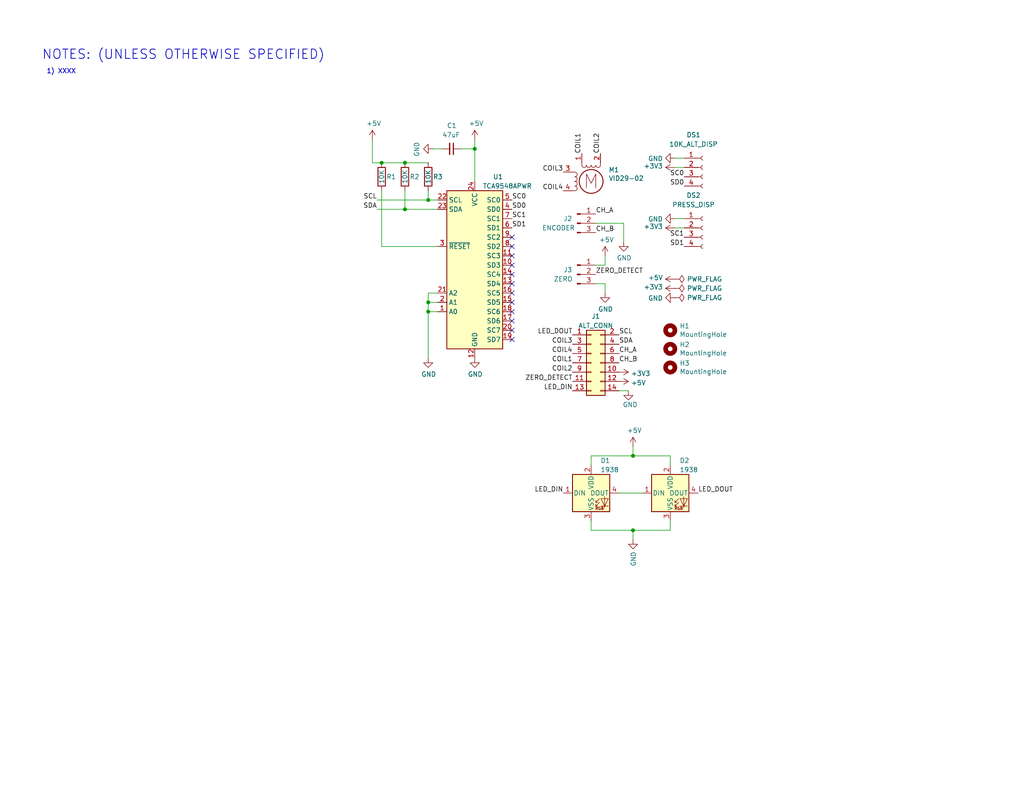
<source format=kicad_sch>
(kicad_sch (version 20211123) (generator eeschema)
  (paper "A")
  (title_block (date "2022-08-04") (rev "2"))
  (lib_symbols
    (symbol "Connector:Conn_01x03_Male" (pin_names (offset 1.016) hide)
      (property "Reference" "J" (at 0 5.08 0))
      (property "Value" "Conn_01x03_Male" (at 0 -5.08 0))
      (symbol "Conn_01x03_Male_1_1"
        (polyline (pts (xy 1.27 -2.54) (xy 0.8636 -2.54)) (stroke (width 0.1524)))
        (polyline (pts (xy 1.27 0) (xy 0.8636 0)) (stroke (width 0.1524)))
        (polyline (pts (xy 1.27 2.54) (xy 0.8636 2.54)) (stroke (width 0.1524)))
        (rectangle (start 0.8636 -2.413) (end 0 -2.667) (stroke (width 0.1524)) (fill (type outline)))
        (rectangle (start 0.8636 0.127) (end 0 -0.127) (stroke (width 0.1524)) (fill (type outline)))
        (rectangle (start 0.8636 2.667) (end 0 2.413) (stroke (width 0.1524)) (fill (type outline)))
        (pin passive line (at 5.08 2.54 180) (length 3.81) (name "Pin_1") (number "1"))
        (pin passive line (at 5.08 0 180) (length 3.81) (name "Pin_2") (number "2"))
        (pin passive line (at 5.08 -2.54 180) (length 3.81) (name "Pin_3") (number "3"))
      )
    )
    (symbol "Connector:Conn_01x04_Female" (pin_names (offset 1.016) hide)
      (property "Reference" "J" (at 0 5.08 0))
      (property "Value" "Conn_01x04_Female" (at 0 -7.62 0))
      (symbol "Conn_01x04_Female_1_1"
        (arc (start 0 -4.572) (mid -0.508 -5.08) (end 0 -5.588) (stroke (width 0.1524)))
        (arc (start 0 -2.032) (mid -0.508 -2.54) (end 0 -3.048) (stroke (width 0.1524)))
        (polyline (pts (xy -1.27 -5.08) (xy -0.508 -5.08)) (stroke (width 0.1524)))
        (polyline (pts (xy -1.27 -2.54) (xy -0.508 -2.54)) (stroke (width 0.1524)))
        (polyline (pts (xy -1.27 0) (xy -0.508 0)) (stroke (width 0.1524)))
        (polyline (pts (xy -1.27 2.54) (xy -0.508 2.54)) (stroke (width 0.1524)))
        (arc (start 0 0.508) (mid -0.508 0) (end 0 -0.508) (stroke (width 0.1524)))
        (arc (start 0 3.048) (mid -0.508 2.54) (end 0 2.032) (stroke (width 0.1524)))
        (pin passive line (at -5.08 2.54 0) (length 3.81) (name "Pin_1") (number "1"))
        (pin passive line (at -5.08 0 0) (length 3.81) (name "Pin_2") (number "2"))
        (pin passive line (at -5.08 -2.54 0) (length 3.81) (name "Pin_3") (number "3"))
        (pin passive line (at -5.08 -5.08 0) (length 3.81) (name "Pin_4") (number "4"))
      )
    )
    (symbol "Connector_Generic:Conn_02x07_Odd_Even" (pin_names (offset 1.016) hide)
      (property "Reference" "J" (at 1.27 10.16 0))
      (property "Value" "Conn_02x07_Odd_Even" (at 1.27 -10.16 0))
      (symbol "Conn_02x07_Odd_Even_1_1"
        (rectangle (start -1.27 -7.493) (end 0 -7.747) (stroke (width 0.1524)))
        (rectangle (start -1.27 -4.953) (end 0 -5.207) (stroke (width 0.1524)))
        (rectangle (start -1.27 -2.413) (end 0 -2.667) (stroke (width 0.1524)))
        (rectangle (start -1.27 0.127) (end 0 -0.127) (stroke (width 0.1524)))
        (rectangle (start -1.27 2.667) (end 0 2.413) (stroke (width 0.1524)))
        (rectangle (start -1.27 5.207) (end 0 4.953) (stroke (width 0.1524)))
        (rectangle (start -1.27 7.747) (end 0 7.493) (stroke (width 0.1524)))
        (rectangle (start -1.27 8.89) (end 3.81 -8.89) (stroke (width 0.254)) (fill (type background)))
        (rectangle (start 3.81 -7.493) (end 2.54 -7.747) (stroke (width 0.1524)))
        (rectangle (start 3.81 -4.953) (end 2.54 -5.207) (stroke (width 0.1524)))
        (rectangle (start 3.81 -2.413) (end 2.54 -2.667) (stroke (width 0.1524)))
        (rectangle (start 3.81 0.127) (end 2.54 -0.127) (stroke (width 0.1524)))
        (rectangle (start 3.81 2.667) (end 2.54 2.413) (stroke (width 0.1524)))
        (rectangle (start 3.81 5.207) (end 2.54 4.953) (stroke (width 0.1524)))
        (rectangle (start 3.81 7.747) (end 2.54 7.493) (stroke (width 0.1524)))
        (pin passive line (at -5.08 7.62 0) (length 3.81) (name "Pin_1") (number "1"))
        (pin passive line (at 7.62 -2.54 180) (length 3.81) (name "Pin_10") (number "10"))
        (pin passive line (at -5.08 -5.08 0) (length 3.81) (name "Pin_11") (number "11"))
        (pin passive line (at 7.62 -5.08 180) (length 3.81) (name "Pin_12") (number "12"))
        (pin passive line (at -5.08 -7.62 0) (length 3.81) (name "Pin_13") (number "13"))
        (pin passive line (at 7.62 -7.62 180) (length 3.81) (name "Pin_14") (number "14"))
        (pin passive line (at 7.62 7.62 180) (length 3.81) (name "Pin_2") (number "2"))
        (pin passive line (at -5.08 5.08 0) (length 3.81) (name "Pin_3") (number "3"))
        (pin passive line (at 7.62 5.08 180) (length 3.81) (name "Pin_4") (number "4"))
        (pin passive line (at -5.08 2.54 0) (length 3.81) (name "Pin_5") (number "5"))
        (pin passive line (at 7.62 2.54 180) (length 3.81) (name "Pin_6") (number "6"))
        (pin passive line (at -5.08 0 0) (length 3.81) (name "Pin_7") (number "7"))
        (pin passive line (at 7.62 0 180) (length 3.81) (name "Pin_8") (number "8"))
        (pin passive line (at -5.08 -2.54 0) (length 3.81) (name "Pin_9") (number "9"))
      )
    )
    (symbol "Device:C_Small" (pin_numbers hide) (pin_names (offset 0.254) hide)
      (property "Reference" "C" (at 0.254 1.778 0))
      (property "Value" "C_Small" (at 0.254 -2.032 0))
      (symbol "C_Small_0_1"
        (polyline (pts (xy -1.524 -0.508) (xy 1.524 -0.508)) (stroke (width 0.3302)))
        (polyline (pts (xy -1.524 0.508) (xy 1.524 0.508)) (stroke (width 0.3048)))
      )
      (symbol "C_Small_1_1"
        (pin passive line (at 0 2.54 270) (length 2.032) (name "~") (number "1"))
        (pin passive line (at 0 -2.54 90) (length 2.032) (name "~") (number "2"))
      )
    )
    (symbol "Device:R" (pin_numbers hide) (pin_names (offset 0))
      (property "Reference" "R" (at 2.032 0 90))
      (property "Value" "R" (at 0 0 90))
      (symbol "R_0_1"
        (rectangle (start -1.016 -2.54) (end 1.016 2.54) (stroke (width 0.254)))
      )
      (symbol "R_1_1"
        (pin passive line (at 0 3.81 270) (length 1.27) (name "~") (number "1"))
        (pin passive line (at 0 -3.81 90) (length 1.27) (name "~") (number "2"))
      )
    )
    (symbol "Interface_Expansion:TCA9548APWR"
      (property "Reference" "U" (at -7.62 21.59 0))
      (property "Value" "TCA9548APWR" (at 1.016 21.59 0))
      (symbol "TCA9548APWR_0_1"
        (rectangle (start -7.62 20.32) (end 7.62 -22.86) (stroke (width 0.254)) (fill (type background)))
      )
      (symbol "TCA9548APWR_1_1"
        (pin input line (at -10.16 -12.7 0) (length 2.54) (name "A0") (number "1"))
        (pin bidirectional line (at 10.16 0 180) (length 2.54) (name "SD3") (number "10"))
        (pin output line (at 10.16 2.54 180) (length 2.54) (name "SC3") (number "11"))
        (pin power_in line (at 0 -25.4 90) (length 2.54) (name "GND") (number "12"))
        (pin bidirectional line (at 10.16 -5.08 180) (length 2.54) (name "SD4") (number "13"))
        (pin output line (at 10.16 -2.54 180) (length 2.54) (name "SC4") (number "14"))
        (pin bidirectional line (at 10.16 -10.16 180) (length 2.54) (name "SD5") (number "15"))
        (pin output line (at 10.16 -7.62 180) (length 2.54) (name "SC5") (number "16"))
        (pin bidirectional line (at 10.16 -15.24 180) (length 2.54) (name "SD6") (number "17"))
        (pin output line (at 10.16 -12.7 180) (length 2.54) (name "SC6") (number "18"))
        (pin bidirectional line (at 10.16 -20.32 180) (length 2.54) (name "SD7") (number "19"))
        (pin input line (at -10.16 -10.16 0) (length 2.54) (name "A1") (number "2"))
        (pin output line (at 10.16 -17.78 180) (length 2.54) (name "SC7") (number "20"))
        (pin input line (at -10.16 -7.62 0) (length 2.54) (name "A2") (number "21"))
        (pin input line (at -10.16 17.78 0) (length 2.54) (name "SCL") (number "22"))
        (pin bidirectional line (at -10.16 15.24 0) (length 2.54) (name "SDA") (number "23"))
        (pin power_in line (at 0 22.86 270) (length 2.54) (name "VCC") (number "24"))
        (pin input line (at -10.16 5.08 0) (length 2.54) (name "~{RESET}") (number "3"))
        (pin bidirectional line (at 10.16 15.24 180) (length 2.54) (name "SD0") (number "4"))
        (pin output line (at 10.16 17.78 180) (length 2.54) (name "SC0") (number "5"))
        (pin bidirectional line (at 10.16 10.16 180) (length 2.54) (name "SD1") (number "6"))
        (pin output line (at 10.16 12.7 180) (length 2.54) (name "SC1") (number "7"))
        (pin bidirectional line (at 10.16 5.08 180) (length 2.54) (name "SD2") (number "8"))
        (pin output line (at 10.16 7.62 180) (length 2.54) (name "SC2") (number "9"))
      )
    )
    (symbol "Mechanical:MountingHole" (pin_names (offset 1.016))
      (property "Reference" "H" (at 0 5.08 0))
      (property "Value" "MountingHole" (at 0 3.175 0))
      (symbol "MountingHole_0_1"
        (circle (center 0 0) (radius 1.27) (stroke (width 1.27)))
      )
    )
    (symbol "Motor:Stepper_Motor_bipolar" (pin_names (offset 0) hide)
      (property "Reference" "M" (at 3.81 2.54 0))
      (property "Value" "Stepper_Motor_bipolar" (at 3.81 1.27 0))
      (symbol "Stepper_Motor_bipolar_0_0"
        (polyline (pts (xy -1.27 -1.778) (xy -1.27 2.032) (xy 0 -0.508) (xy 1.27 2.032) (xy 1.27 -1.778)))
      )
      (symbol "Stepper_Motor_bipolar_0_1"
        (arc (start -4.445 -2.54) (mid -3.81 -1.905) (end -4.445 -1.27))
        (arc (start -4.445 -1.27) (mid -3.81 -0.635) (end -4.445 0))
        (arc (start -4.445 0) (mid -3.81 0.635) (end -4.445 1.27))
        (arc (start -4.445 1.27) (mid -3.81 1.905) (end -4.445 2.54))
        (arc (start -2.54 4.445) (mid -1.905 3.81) (end -1.27 4.445))
        (arc (start -1.27 4.445) (mid -0.635 3.81) (end 0 4.445))
        (polyline (pts (xy -5.08 -2.54) (xy -4.445 -2.54)))
        (polyline (pts (xy -5.08 2.54) (xy -4.445 2.54)))
        (polyline (pts (xy -2.54 5.08) (xy -2.54 4.445)))
        (polyline (pts (xy 2.54 5.08) (xy 2.54 4.445)))
        (circle (center 0 0) (radius 3.2512) (stroke (width 0.254)))
        (arc (start 0 4.445) (mid 0.635 3.81) (end 1.27 4.445))
        (arc (start 1.27 4.445) (mid 1.905 3.81) (end 2.54 4.445))
      )
      (symbol "Stepper_Motor_bipolar_1_1"
        (pin passive line (at -2.54 7.62 270) (length 2.54) (name "~") (number "1"))
        (pin passive line (at 2.54 7.62 270) (length 2.54) (name "-") (number "2"))
        (pin passive line (at -7.62 2.54 0) (length 2.54) (name "~") (number "3"))
        (pin passive line (at -7.62 -2.54 0) (length 2.54) (name "~") (number "4"))
      )
    )
    (symbol "power:+5V" (power) (pin_names (offset 0))
      (property "Value" "+5V" (at 0 3.556 0))
      (symbol "+5V_0_1"
        (polyline (pts (xy -0.762 1.27) (xy 0 2.54)))
        (polyline (pts (xy 0 0) (xy 0 2.54)))
        (polyline (pts (xy 0 2.54) (xy 0.762 1.27)))
      )
      (symbol "+5V_1_1"
        (pin power_in line (at 0 0 90) (length 0) hide (name "+5V") (number "1"))
      )
    )
    (symbol "power:GND" (power) (pin_names (offset 0))
      (property "Value" "GND" (at 0 -3.81 0))
      (symbol "GND_0_1"
        (polyline (pts (xy 0 0) (xy 0 -1.27) (xy 1.27 -1.27) (xy 0 -2.54) (xy -1.27 -1.27) (xy 0 -1.27)))
      )
      (symbol "GND_1_1"
        (pin power_in line (at 0 0 270) (length 0) hide (name "GND") (number "1"))
      )
    )
    (symbol "power:PWR_FLAG" (power) (pin_numbers hide) (pin_names (offset 0) hide)
      (property "Value" "PWR_FLAG" (at 0 3.81 0))
      (symbol "PWR_FLAG_0_0"
        (pin power_out line (at 0 0 90) (length 0) (name "pwr") (number "1"))
      )
      (symbol "PWR_FLAG_0_1"
        (polyline (pts (xy 0 0) (xy 0 1.27) (xy -1.016 1.905) (xy 0 2.54) (xy 1.016 1.905) (xy 0 1.27)))
      )
    )
    (symbol "standby_altimeter-rescue:+3.3V-power" (power) (pin_names (offset 0))
      (property "Value" "+3.3V-power" (at 0 3.556 0))
      (symbol "+3.3V-power_0_1"
        (polyline (pts (xy -0.762 1.27) (xy 0 2.54)))
        (polyline (pts (xy 0 0) (xy 0 2.54)))
        (polyline (pts (xy 0 2.54) (xy 0.762 1.27)))
      )
      (symbol "+3.3V-power_1_1"
        (pin power_in line (at 0 0 90) (length 0) hide (name "+3V3") (number "1"))
      )
    )
    (symbol "standby_altimeter-rescue:1938-KiCadCustomLib" (pin_names (offset 0.254))
      (property "Reference" "D" (at 5.08 5.715 0))
      (property "Value" "1938-KiCadCustomLib" (at 1.27 -5.715 0))
      (symbol "1938-KiCadCustomLib_0_0"
        (text "RGB" (at 2.286 -4.191 0) (effects (font (size 0.762 0.762))))
      )
      (symbol "1938-KiCadCustomLib_0_1"
        (polyline (pts (xy 1.27 -3.556) (xy 1.778 -3.556)))
        (polyline (pts (xy 1.27 -2.54) (xy 1.778 -2.54)))
        (polyline (pts (xy 4.699 -3.556) (xy 2.667 -3.556)))
        (polyline (pts (xy 2.286 -2.54) (xy 1.27 -3.556) (xy 1.27 -3.048)))
        (polyline (pts (xy 2.286 -1.524) (xy 1.27 -2.54) (xy 1.27 -2.032)))
        (polyline (pts (xy 3.683 -1.016) (xy 3.683 -3.556) (xy 3.683 -4.064)))
        (polyline (pts (xy 4.699 -1.524) (xy 2.667 -1.524) (xy 3.683 -3.556) (xy 4.699 -1.524)))
        (rectangle (start 5.08 5.08) (end -5.08 -5.08) (stroke (width 0.254)) (fill (type background)))
      )
      (symbol "1938-KiCadCustomLib_1_1"
        (pin input line (at -7.62 0 0) (length 2.54) (name "DIN") (number "1"))
        (pin power_in line (at 0 7.62 270) (length 2.54) (name "VDD") (number "2"))
        (pin power_in line (at 0 -7.62 90) (length 2.54) (name "VSS") (number "3"))
        (pin output line (at 7.62 0 180) (length 2.54) (name "DOUT") (number "4"))
      )
    )
  )
  (junction (at 172.72 144.78))
  (junction (at 172.72 124.46))
  (junction (at 129.54 40.64))
  (junction (at 116.84 54.61))
  (junction (at 116.84 85.09))
  (junction (at 104.14 44.45))
  (junction (at 110.49 44.45))
  (junction (at 116.84 82.55))
  (junction (at 110.49 57.15))
  (no_connect (at 139.7 82.55))
  (no_connect (at 139.7 92.71))
  (no_connect (at 139.7 67.31))
  (no_connect (at 139.7 64.77))
  (no_connect (at 139.7 85.09))
  (no_connect (at 139.7 69.85))
  (no_connect (at 139.7 72.39))
  (no_connect (at 139.7 90.17))
  (no_connect (at 139.7 87.63))
  (no_connect (at 139.7 77.47))
  (no_connect (at 139.7 74.93))
  (no_connect (at 139.7 80.01))
  (wire (pts (xy 170.18 60.96) (xy 162.56 60.96)))
  (wire (pts (xy 165.1 72.39) (xy 165.1 69.85)))
  (wire (pts (xy 125.73 40.64) (xy 129.54 40.64)))
  (wire (pts (xy 182.88 144.78) (xy 182.88 142.24)))
  (wire (pts (xy 129.54 38.1) (xy 129.54 40.64)))
  (wire (pts (xy 161.29 124.46) (xy 172.72 124.46)))
  (wire (pts (xy 172.72 124.46) (xy 182.88 124.46)))
  (wire (pts (xy 116.84 54.61) (xy 102.87 54.61)))
  (wire (pts (xy 119.38 85.09) (xy 116.84 85.09)))
  (wire (pts (xy 161.29 144.78) (xy 172.72 144.78)))
  (wire (pts (xy 170.18 66.04) (xy 170.18 60.96)))
  (wire (pts (xy 116.84 85.09) (xy 116.84 97.79)))
  (wire (pts (xy 171.45 106.68) (xy 168.91 106.68)))
  (wire (pts (xy 104.14 67.31) (xy 119.38 67.31)))
  (wire (pts (xy 162.56 72.39) (xy 165.1 72.39)))
  (wire (pts (xy 110.49 57.15) (xy 102.87 57.15)))
  (wire (pts (xy 172.72 144.78) (xy 182.88 144.78)))
  (wire (pts (xy 116.84 54.61) (xy 116.84 52.07)))
  (wire (pts (xy 165.1 80.01) (xy 165.1 77.47)))
  (wire (pts (xy 168.91 134.62) (xy 175.26 134.62)))
  (wire (pts (xy 116.84 54.61) (xy 119.38 54.61)))
  (wire (pts (xy 129.54 40.64) (xy 129.54 49.53)))
  (wire (pts (xy 172.72 144.78) (xy 172.72 147.32)))
  (wire (pts (xy 119.38 82.55) (xy 116.84 82.55)))
  (wire (pts (xy 184.15 43.18) (xy 186.69 43.18)))
  (wire (pts (xy 119.38 80.01) (xy 116.84 80.01)))
  (wire (pts (xy 104.14 52.07) (xy 104.14 67.31)))
  (wire (pts (xy 184.15 59.69) (xy 186.69 59.69)))
  (wire (pts (xy 104.14 44.45) (xy 110.49 44.45)))
  (wire (pts (xy 172.72 121.92) (xy 172.72 124.46)))
  (wire (pts (xy 182.88 124.46) (xy 182.88 127)))
  (wire (pts (xy 120.65 40.64) (xy 118.11 40.64)))
  (wire (pts (xy 116.84 82.55) (xy 116.84 85.09)))
  (wire (pts (xy 165.1 77.47) (xy 162.56 77.47)))
  (wire (pts (xy 161.29 142.24) (xy 161.29 144.78)))
  (wire (pts (xy 101.6 38.1) (xy 101.6 44.45)))
  (wire (pts (xy 101.6 44.45) (xy 104.14 44.45)))
  (wire (pts (xy 186.69 62.23) (xy 184.15 62.23)))
  (wire (pts (xy 110.49 52.07) (xy 110.49 57.15)))
  (wire (pts (xy 116.84 80.01) (xy 116.84 82.55)))
  (wire (pts (xy 161.29 127) (xy 161.29 124.46)))
  (wire (pts (xy 110.49 57.15) (xy 119.38 57.15)))
  (wire (pts (xy 110.49 44.45) (xy 116.84 44.45)))
  (wire (pts (xy 186.69 45.72) (xy 184.15 45.72)))
  (text "1) XXXX" (at 12.7 20.32 0) (effects (font (size 1.27 1.27)) (justify left bottom)))
  (text "NOTES: (UNLESS OTHERWISE SPECIFIED)" (at 11.43 16.51 0) (effects (font (size 2.54 2.54)) (justify left bottom)))
  (text "NOTES: (UNLESS OTHERWISE SPECIFIED)" (at 11.43 16.51 0) (effects (font (size 2.54 2.54)) (justify left bottom)))
  (text "1) XXXX" (at 12.7 20.32 0) (effects (font (size 1.27 1.27)) (justify left bottom)))
  (label "SD0" (at 186.69 50.8 180))
  (label "SC1" (at 139.7 59.69 0))
  (label "COIL1" (at 156.21 99.06 180))
  (label "SC0" (at 186.69 48.26 180))
  (label "CH_B" (at 168.91 99.06 0))
  (label "COIL3" (at 153.67 46.99 180))
  (label "SC1" (at 186.69 64.77 180))
  (label "SD0" (at 139.7 57.15 0))
  (label "LED_DOUT" (at 156.21 91.44 180))
  (label "COIL1" (at 158.75 41.91 90))
  (label "SD1" (at 186.69 67.31 180))
  (label "SDA" (at 102.87 57.15 180))
  (label "COIL2" (at 163.83 41.91 90))
  (label "LED_DIN" (at 153.67 134.62 180))
  (label "SD1" (at 139.7 62.23 0))
  (label "COIL4" (at 153.67 52.07 180))
  (label "LED_DOUT" (at 190.5 134.62 0))
  (label "CH_A" (at 168.91 96.52 0))
  (label "SCL" (at 102.87 54.61 180))
  (label "SDA" (at 168.91 93.98 0))
  (label "COIL3" (at 156.21 93.98 180))
  (label "ZERO_DETECT" (at 156.21 104.14 180))
  (label "COIL4" (at 156.21 96.52 180))
  (label "ZERO_DETECT" (at 162.56 74.93 0))
  (label "SCL" (at 168.91 91.44 0))
  (label "CH_A" (at 162.56 58.42 0))
  (label "LED_DIN" (at 156.21 106.68 180))
  (label "COIL2" (at 156.21 101.6 180))
  (label "CH_B" (at 162.56 63.5 0))
  (label "SC0" (at 139.7 54.61 0))
  (symbol (lib_id "power:+5V") (at 101.6 38.1 0) (unit 1)
    (property "Reference" "#PWR01" (effects hide))
    (property "Value" "+5V" (at 101.981 33.7058 0))
  )
  (symbol (lib_id "Device:R") (at 104.14 48.26 0) (unit 1)
    (property "Reference" "R1" (at 105.41 48.26 0) (effects (justify left)))
    (property "Value" "10K" (at 104.14 48.26 90))
    (property "Footprint" "Resistor_SMD:R_0603_1608Metric" (effects hide))
    (property "Datasheet" "https://datasheet.lcsc.com/szlcsc/1811062009_UNI-ROYAL-Uniroyal-Elec-0603WAF1002T5E_C25804.pdf" (effects hide))
    (property "LCSC" "C25804" (effects hide))
  )
  (symbol (lib_id "Device:R") (at 110.49 48.26 0) (unit 1)
    (property "Reference" "R2" (at 111.76 48.26 0) (effects (justify left)))
    (property "Value" "10K" (at 110.49 48.26 90))
    (property "Footprint" "Resistor_SMD:R_0603_1608Metric" (effects hide))
    (property "Datasheet" "https://datasheet.lcsc.com/szlcsc/1811062009_UNI-ROYAL-Uniroyal-Elec-0603WAF1002T5E_C25804.pdf" (effects hide))
    (property "LCSC" "C25804" (effects hide))
  )
  (symbol (lib_id "Device:R") (at 116.84 48.26 0) (unit 1)
    (property "Reference" "R3" (at 118.11 48.26 0) (effects (justify left)))
    (property "Value" "10K" (at 116.84 48.26 90))
    (property "Footprint" "Resistor_SMD:R_0603_1608Metric" (effects hide))
    (property "Datasheet" "https://datasheet.lcsc.com/szlcsc/1811062009_UNI-ROYAL-Uniroyal-Elec-0603WAF1002T5E_C25804.pdf" (effects hide))
    (property "LCSC" "C25804" (effects hide))
  )
  (symbol (lib_id "power:PWR_FLAG") (at 184.15 78.74 270) (unit 1)
    (property "Reference" "#FLG01" (effects hide))
    (property "Value" "PWR_FLAG" (at 187.4012 78.74 90) (effects (justify left)))
  )
  (symbol (lib_id "power:PWR_FLAG") (at 184.15 81.28 270) (unit 1)
    (property "Reference" "#FLG02" (effects hide))
    (property "Value" "PWR_FLAG" (at 187.4012 81.28 90) (effects (justify left)))
  )
  (symbol (lib_id "power:GND") (at 184.15 81.28 270) (unit 1)
    (property "Reference" "#PWR09" (effects hide))
    (property "Value" "GND" (at 180.8988 81.407 90) (effects (justify right)))
  )
  (symbol (lib_id "standby_altimeter-rescue:+3.3V-power") (at 184.15 78.74 90) (unit 1)
    (property "Reference" "#PWR08" (effects hide))
    (property "Value" "+3.3V" (at 180.8988 78.359 90) (effects (justify left)))
  )
  (symbol (lib_id "Connector:Conn_01x04_Female") (at 191.77 45.72 0) (unit 1)
    (property "Reference" "DS1" (at 189.23 36.83 0))
    (property "Value" "10K_ALT_DISP" (at 189.23 39.37 0))
    (property "Footprint" "Connector_PinSocket_2.54mm:PinSocket_1x04_P2.54mm_Vertical" (effects hide))
  )
  (symbol (lib_id "power:GND") (at 184.15 43.18 270) (unit 1)
    (property "Reference" "#PWR04" (effects hide))
    (property "Value" "GND" (at 180.8988 43.307 90) (effects (justify right)))
  )
  (symbol (lib_id "standby_altimeter-rescue:+3.3V-power") (at 184.15 45.72 90) (unit 1)
    (property "Reference" "#PWR05" (effects hide))
    (property "Value" "+3.3V" (at 180.8988 45.339 90) (effects (justify left)))
  )
  (symbol (lib_id "Connector:Conn_01x04_Female") (at 191.77 62.23 0) (unit 1)
    (property "Reference" "DS2" (at 189.23 53.34 0))
    (property "Value" "PRESS_DISP" (at 189.23 55.88 0))
    (property "Footprint" "Connector_PinSocket_2.54mm:PinSocket_1x04_P2.54mm_Vertical" (effects hide))
  )
  (symbol (lib_id "power:GND") (at 184.15 59.69 270) (unit 1)
    (property "Reference" "#PWR06" (effects hide))
    (property "Value" "GND" (at 180.8988 59.817 90) (effects (justify right)))
  )
  (symbol (lib_id "standby_altimeter-rescue:+3.3V-power") (at 184.15 62.23 90) (unit 1)
    (property "Reference" "#PWR07" (effects hide))
    (property "Value" "+3.3V" (at 180.8988 61.849 90) (effects (justify left)))
  )
  (symbol (lib_id "power:GND") (at 171.45 106.68 0) (unit 1)
    (property "Reference" "#PWR017" (effects hide))
    (property "Value" "GND" (at 173.99 110.49 0) (effects (justify right)))
  )
  (symbol (lib_id "standby_altimeter-rescue:+3.3V-power") (at 168.91 101.6 270) (unit 1)
    (property "Reference" "#PWR016" (effects hide))
    (property "Value" "+3.3V" (at 172.1612 101.981 90) (effects (justify left)))
  )
  (symbol (lib_id "Connector:Conn_01x03_Male") (at 157.48 60.96 0) (unit 1)
    (property "Reference" "J2" (at 154.94 59.69 0))
    (property "Value" "ENCODER" (at 152.4 62.23 0))
    (property "Footprint" "Connector_PinHeader_2.54mm:PinHeader_1x03_P2.54mm_Vertical" (effects hide))
  )
  (symbol (lib_id "power:GND") (at 170.18 66.04 0) (unit 1)
    (property "Reference" "#PWR010" (effects hide))
    (property "Value" "GND" (at 170.307 70.4342 0))
  )
  (symbol (lib_id "Interface_Expansion:TCA9548APWR") (at 129.54 72.39 0) (unit 1)
    (property "Reference" "U1" (at 135.89 48.26 0))
    (property "Value" "TCA9548APWR" (at 138.43 50.8 0))
    (property "Footprint" "Package_SO:TSSOP-24_4.4x7.8mm_P0.65mm" (effects hide))
    (property "Datasheet" "http://www.ti.com/lit/ds/symlink/tca9548a.pdf" (effects hide))
    (property "LCSC" "C130026" (effects hide))
  )
  (symbol (lib_id "power:+5V") (at 129.54 38.1 0) (unit 1)
    (property "Reference" "#PWR02" (effects hide))
    (property "Value" "+5V" (at 129.921 33.7058 0))
  )
  (symbol (lib_id "Device:C_Small") (at 123.19 40.64 270) (unit 1)
    (property "Reference" "C1" (at 121.92 34.29 90) (effects (justify left)))
    (property "Value" "47uF" (at 120.65 36.83 90) (effects (justify left)))
    (property "Footprint" "Capacitor_SMD:C_1206_3216Metric" (effects hide))
    (property "Datasheet" "https://datasheet.lcsc.com/szlcsc/Samsung-Electro-Mechanics-CL31A476MPHNNNE_C96123.pdf" (effects hide))
    (property "PN" "CL31A476MPHNNNE" (effects hide))
    (property "LCSC" "C96123" (effects hide))
  )
  (symbol (lib_id "power:GND") (at 118.11 40.64 270) (unit 1)
    (property "Reference" "#PWR03" (effects hide))
    (property "Value" "GND" (at 113.7158 40.767 0))
  )
  (symbol (lib_id "standby_altimeter-rescue:1938-KiCadCustomLib") (at 161.29 134.62 0) (unit 1)
    (property "Reference" "D1" (at 163.83 125.73 0) (effects (justify left)))
    (property "Value" "1938" (at 163.83 128.27 0) (effects (justify left)))
    (property "Footprint" "LED_THT:LED_D5.0mm-4_RGB" (effects hide))
    (property "Datasheet" "https://www.adafruit.com/product/1938" (effects hide))
  )
  (symbol (lib_id "standby_altimeter-rescue:1938-KiCadCustomLib") (at 182.88 134.62 0) (unit 1)
    (property "Reference" "D2" (at 185.42 125.73 0) (effects (justify left)))
    (property "Value" "1938" (at 185.42 128.27 0) (effects (justify left)))
    (property "Footprint" "LED_THT:LED_D5.0mm-4_RGB" (effects hide))
    (property "Datasheet" "https://www.adafruit.com/product/1938" (effects hide))
  )
  (symbol (lib_id "power:+5V") (at 172.72 121.92 0) (unit 1)
    (property "Reference" "#PWR0102" (effects hide))
    (property "Value" "+5V" (at 173.101 117.5258 0))
  )
  (symbol (lib_id "Connector_Generic:Conn_02x07_Odd_Even") (at 161.29 99.06 0) (unit 1)
    (property "Reference" "J1" (at 162.56 86.36 0))
    (property "Value" "ALT_CONN" (at 162.56 88.9 0))
    (property "Footprint" "Connector_PinHeader_2.54mm:PinHeader_2x07_P2.54mm_Vertical" (effects hide))
  )
  (symbol (lib_id "Motor:Stepper_Motor_bipolar") (at 161.29 49.53 0) (unit 1)
    (property "Reference" "M1" (at 166.0652 46.3804 0) (effects (justify left)))
    (property "Value" "VID29-02" (at 166.0652 48.6918 0) (effects (justify left)))
    (property "Footprint" "KiCAD Libraries:VID29-02" (effects hide))
    (property "Datasheet" "http://www.infineon.com/dgdl/Application-Note-TLE8110EE_driving_UniPolarStepperMotor_V1.1.pdf?fileId=db3a30431be39b97011be5d0aa0a00b0" (effects hide))
  )
  (symbol (lib_id "Connector:Conn_01x03_Male") (at 157.48 74.93 0) (unit 1)
    (property "Reference" "J3" (at 154.94 73.66 0))
    (property "Value" "ZERO" (at 153.67 76.2 0))
    (property "Footprint" "Connector_PinHeader_2.54mm:PinHeader_1x03_P2.54mm_Vertical" (effects hide))
  )
  (symbol (lib_id "power:+5V") (at 165.1 69.85 0) (unit 1)
    (property "Reference" "#PWR011" (effects hide))
    (property "Value" "+5V" (at 165.481 65.4558 0))
  )
  (symbol (lib_id "power:GND") (at 165.1 80.01 0) (unit 1)
    (property "Reference" "#PWR013" (effects hide))
    (property "Value" "GND" (at 165.227 84.4042 0))
  )
  (symbol (lib_id "power:+5V") (at 184.15 76.2 90) (unit 1)
    (property "Reference" "#PWR012" (effects hide))
    (property "Value" "+5V" (at 180.8988 75.819 90) (effects (justify left)))
  )
  (symbol (lib_id "power:PWR_FLAG") (at 184.15 76.2 270) (unit 1)
    (property "Reference" "#FLG03" (effects hide))
    (property "Value" "PWR_FLAG" (at 187.4012 76.2 90) (effects (justify left)))
  )
  (symbol (lib_id "power:+5V") (at 168.91 104.14 270) (unit 1)
    (property "Reference" "#PWR015" (effects hide))
    (property "Value" "+5V" (at 172.1612 104.521 90) (effects (justify left)))
  )
  (symbol (lib_id "Mechanical:MountingHole") (at 182.88 90.17 0) (unit 1)
    (property "Reference" "H1" (at 185.42 89.0016 0) (effects (justify left)))
    (property "Value" "MountingHole" (at 185.42 91.313 0) (effects (justify left)))
    (property "Footprint" "MountingHole:MountingHole_2.5mm" (effects hide))
  )
  (symbol (lib_id "Mechanical:MountingHole") (at 182.88 95.25 0) (unit 1)
    (property "Reference" "H2" (at 185.42 94.0816 0) (effects (justify left)))
    (property "Value" "MountingHole" (at 185.42 96.393 0) (effects (justify left)))
    (property "Footprint" "MountingHole:MountingHole_2.5mm" (effects hide))
  )
  (symbol (lib_id "Mechanical:MountingHole") (at 182.88 100.33 0) (unit 1)
    (property "Reference" "H3" (at 185.42 99.1616 0) (effects (justify left)))
    (property "Value" "MountingHole" (at 185.42 101.473 0) (effects (justify left)))
    (property "Footprint" "MountingHole:MountingHole_2.5mm" (effects hide))
  )
  (symbol (lib_id "power:GND") (at 172.72 147.32 0) (unit 1)
    (property "Reference" "#PWR0103" (effects hide))
    (property "Value" "GND" (at 172.847 150.5712 90) (effects (justify right)))
  )
  (symbol (lib_id "power:GND") (at 129.54 97.79 0) (unit 1)
    (property "Reference" "#PWR014" (effects hide))
    (property "Value" "GND" (at 129.667 102.1842 0))
  )
  (symbol (lib_id "power:GND") (at 116.84 97.79 0) (unit 1)
    (property "Reference" "#PWR0101" (effects hide))
    (property "Value" "GND" (at 116.967 102.1842 0))
  )
)
</source>
